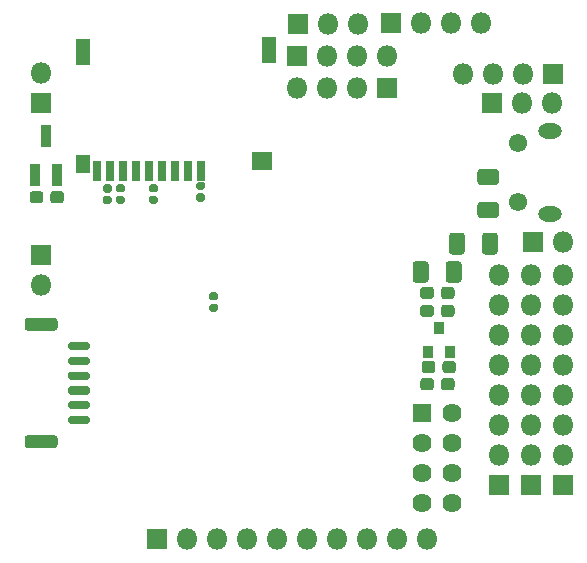
<source format=gbr>
%TF.GenerationSoftware,KiCad,Pcbnew,(5.1.6)-1*%
%TF.CreationDate,2020-08-20T16:43:32+07:00*%
%TF.ProjectId,drone_v3,64726f6e-655f-4763-932e-6b696361645f,rev?*%
%TF.SameCoordinates,Original*%
%TF.FileFunction,Soldermask,Bot*%
%TF.FilePolarity,Negative*%
%FSLAX46Y46*%
G04 Gerber Fmt 4.6, Leading zero omitted, Abs format (unit mm)*
G04 Created by KiCad (PCBNEW (5.1.6)-1) date 2020-08-20 16:43:32*
%MOMM*%
%LPD*%
G01*
G04 APERTURE LIST*
%ADD10C,1.624000*%
%ADD11R,1.624000X1.624000*%
%ADD12O,1.800000X1.800000*%
%ADD13R,1.800000X1.800000*%
%ADD14R,1.300000X2.300000*%
%ADD15R,0.800000X1.700000*%
%ADD16R,1.300000X1.500000*%
%ADD17R,1.700000X1.500000*%
%ADD18R,0.900000X1.000000*%
%ADD19R,0.900000X1.900000*%
%ADD20C,1.550000*%
%ADD21O,2.000000X1.300000*%
G04 APERTURE END LIST*
D10*
%TO.C,U6*%
X141710000Y-124940000D03*
X139170000Y-124940000D03*
X141710000Y-122400000D03*
X139170000Y-122400000D03*
X141710000Y-119860000D03*
X139170000Y-119860000D03*
X141710000Y-117320000D03*
D11*
X139170000Y-117320000D03*
%TD*%
D12*
%TO.C,J6*%
X142575000Y-88595000D03*
X145115000Y-88595000D03*
X147655000Y-88595000D03*
D13*
X150195000Y-88595000D03*
%TD*%
D14*
%TO.C,J19*%
X126230000Y-86635000D03*
D15*
X111630000Y-96835000D03*
D16*
X110430000Y-96235000D03*
D14*
X110430000Y-86735000D03*
D17*
X125630000Y-96035000D03*
D15*
X120430000Y-96835000D03*
X119330000Y-96835000D03*
X118230000Y-96835000D03*
X117130000Y-96835000D03*
X116030000Y-96835000D03*
X114930000Y-96835000D03*
X113830000Y-96835000D03*
X112730000Y-96835000D03*
%TD*%
D12*
%TO.C,J4*%
X128575000Y-89825000D03*
X131115000Y-89825000D03*
X133655000Y-89825000D03*
D13*
X136195000Y-89825000D03*
%TD*%
%TO.C,D6*%
G36*
G01*
X144095000Y-96675000D02*
X145405000Y-96675000D01*
G75*
G02*
X145675000Y-96945000I0J-270000D01*
G01*
X145675000Y-97755000D01*
G75*
G02*
X145405000Y-98025000I-270000J0D01*
G01*
X144095000Y-98025000D01*
G75*
G02*
X143825000Y-97755000I0J270000D01*
G01*
X143825000Y-96945000D01*
G75*
G02*
X144095000Y-96675000I270000J0D01*
G01*
G37*
G36*
G01*
X144095000Y-99475000D02*
X145405000Y-99475000D01*
G75*
G02*
X145675000Y-99745000I0J-270000D01*
G01*
X145675000Y-100555000D01*
G75*
G02*
X145405000Y-100825000I-270000J0D01*
G01*
X144095000Y-100825000D01*
G75*
G02*
X143825000Y-100555000I0J270000D01*
G01*
X143825000Y-99745000D01*
G75*
G02*
X144095000Y-99475000I270000J0D01*
G01*
G37*
%TD*%
%TO.C,D1*%
G36*
G01*
X142775000Y-102345000D02*
X142775000Y-103655000D01*
G75*
G02*
X142505000Y-103925000I-270000J0D01*
G01*
X141695000Y-103925000D01*
G75*
G02*
X141425000Y-103655000I0J270000D01*
G01*
X141425000Y-102345000D01*
G75*
G02*
X141695000Y-102075000I270000J0D01*
G01*
X142505000Y-102075000D01*
G75*
G02*
X142775000Y-102345000I0J-270000D01*
G01*
G37*
G36*
G01*
X145575000Y-102345000D02*
X145575000Y-103655000D01*
G75*
G02*
X145305000Y-103925000I-270000J0D01*
G01*
X144495000Y-103925000D01*
G75*
G02*
X144225000Y-103655000I0J270000D01*
G01*
X144225000Y-102345000D01*
G75*
G02*
X144495000Y-102075000I270000J0D01*
G01*
X145305000Y-102075000D01*
G75*
G02*
X145575000Y-102345000I0J-270000D01*
G01*
G37*
%TD*%
%TO.C,C10*%
G36*
G01*
X121697500Y-107810000D02*
X121302500Y-107810000D01*
G75*
G02*
X121130000Y-107637500I0J172500D01*
G01*
X121130000Y-107292500D01*
G75*
G02*
X121302500Y-107120000I172500J0D01*
G01*
X121697500Y-107120000D01*
G75*
G02*
X121870000Y-107292500I0J-172500D01*
G01*
X121870000Y-107637500D01*
G75*
G02*
X121697500Y-107810000I-172500J0D01*
G01*
G37*
G36*
G01*
X121697500Y-108780000D02*
X121302500Y-108780000D01*
G75*
G02*
X121130000Y-108607500I0J172500D01*
G01*
X121130000Y-108262500D01*
G75*
G02*
X121302500Y-108090000I172500J0D01*
G01*
X121697500Y-108090000D01*
G75*
G02*
X121870000Y-108262500I0J-172500D01*
G01*
X121870000Y-108607500D01*
G75*
G02*
X121697500Y-108780000I-172500J0D01*
G01*
G37*
%TD*%
%TO.C,C15*%
G36*
G01*
X139700000Y-104745000D02*
X139700000Y-106055000D01*
G75*
G02*
X139430000Y-106325000I-270000J0D01*
G01*
X138620000Y-106325000D01*
G75*
G02*
X138350000Y-106055000I0J270000D01*
G01*
X138350000Y-104745000D01*
G75*
G02*
X138620000Y-104475000I270000J0D01*
G01*
X139430000Y-104475000D01*
G75*
G02*
X139700000Y-104745000I0J-270000D01*
G01*
G37*
G36*
G01*
X142500000Y-104745000D02*
X142500000Y-106055000D01*
G75*
G02*
X142230000Y-106325000I-270000J0D01*
G01*
X141420000Y-106325000D01*
G75*
G02*
X141150000Y-106055000I0J270000D01*
G01*
X141150000Y-104745000D01*
G75*
G02*
X141420000Y-104475000I270000J0D01*
G01*
X142230000Y-104475000D01*
G75*
G02*
X142500000Y-104745000I0J-270000D01*
G01*
G37*
%TD*%
D18*
%TO.C,U9*%
X140600000Y-110175000D03*
X139650000Y-112175000D03*
X141550000Y-112175000D03*
%TD*%
D12*
%TO.C,J7*%
X144120000Y-84350000D03*
X141580000Y-84350000D03*
X139040000Y-84350000D03*
D13*
X136500000Y-84350000D03*
%TD*%
%TO.C,J9*%
G36*
G01*
X110825000Y-118275000D02*
X109375000Y-118275000D01*
G75*
G02*
X109200000Y-118100000I0J175000D01*
G01*
X109200000Y-117750000D01*
G75*
G02*
X109375000Y-117575000I175000J0D01*
G01*
X110825000Y-117575000D01*
G75*
G02*
X111000000Y-117750000I0J-175000D01*
G01*
X111000000Y-118100000D01*
G75*
G02*
X110825000Y-118275000I-175000J0D01*
G01*
G37*
G36*
G01*
X110825000Y-117025000D02*
X109375000Y-117025000D01*
G75*
G02*
X109200000Y-116850000I0J175000D01*
G01*
X109200000Y-116500000D01*
G75*
G02*
X109375000Y-116325000I175000J0D01*
G01*
X110825000Y-116325000D01*
G75*
G02*
X111000000Y-116500000I0J-175000D01*
G01*
X111000000Y-116850000D01*
G75*
G02*
X110825000Y-117025000I-175000J0D01*
G01*
G37*
G36*
G01*
X110825000Y-115775000D02*
X109375000Y-115775000D01*
G75*
G02*
X109200000Y-115600000I0J175000D01*
G01*
X109200000Y-115250000D01*
G75*
G02*
X109375000Y-115075000I175000J0D01*
G01*
X110825000Y-115075000D01*
G75*
G02*
X111000000Y-115250000I0J-175000D01*
G01*
X111000000Y-115600000D01*
G75*
G02*
X110825000Y-115775000I-175000J0D01*
G01*
G37*
G36*
G01*
X110825000Y-114525000D02*
X109375000Y-114525000D01*
G75*
G02*
X109200000Y-114350000I0J175000D01*
G01*
X109200000Y-114000000D01*
G75*
G02*
X109375000Y-113825000I175000J0D01*
G01*
X110825000Y-113825000D01*
G75*
G02*
X111000000Y-114000000I0J-175000D01*
G01*
X111000000Y-114350000D01*
G75*
G02*
X110825000Y-114525000I-175000J0D01*
G01*
G37*
G36*
G01*
X110825000Y-113275000D02*
X109375000Y-113275000D01*
G75*
G02*
X109200000Y-113100000I0J175000D01*
G01*
X109200000Y-112750000D01*
G75*
G02*
X109375000Y-112575000I175000J0D01*
G01*
X110825000Y-112575000D01*
G75*
G02*
X111000000Y-112750000I0J-175000D01*
G01*
X111000000Y-113100000D01*
G75*
G02*
X110825000Y-113275000I-175000J0D01*
G01*
G37*
G36*
G01*
X110825000Y-112025000D02*
X109375000Y-112025000D01*
G75*
G02*
X109200000Y-111850000I0J175000D01*
G01*
X109200000Y-111500000D01*
G75*
G02*
X109375000Y-111325000I175000J0D01*
G01*
X110825000Y-111325000D01*
G75*
G02*
X111000000Y-111500000I0J-175000D01*
G01*
X111000000Y-111850000D01*
G75*
G02*
X110825000Y-112025000I-175000J0D01*
G01*
G37*
G36*
G01*
X108025000Y-120325000D02*
X105775000Y-120325000D01*
G75*
G02*
X105500000Y-120050000I0J275000D01*
G01*
X105500000Y-119500000D01*
G75*
G02*
X105775000Y-119225000I275000J0D01*
G01*
X108025000Y-119225000D01*
G75*
G02*
X108300000Y-119500000I0J-275000D01*
G01*
X108300000Y-120050000D01*
G75*
G02*
X108025000Y-120325000I-275000J0D01*
G01*
G37*
G36*
G01*
X108025000Y-110375000D02*
X105775000Y-110375000D01*
G75*
G02*
X105500000Y-110100000I0J275000D01*
G01*
X105500000Y-109550000D01*
G75*
G02*
X105775000Y-109275000I275000J0D01*
G01*
X108025000Y-109275000D01*
G75*
G02*
X108300000Y-109550000I0J-275000D01*
G01*
X108300000Y-110100000D01*
G75*
G02*
X108025000Y-110375000I-275000J0D01*
G01*
G37*
%TD*%
D12*
%TO.C,J3*%
X136195000Y-87125000D03*
X133655000Y-87125000D03*
X131115000Y-87125000D03*
D13*
X128575000Y-87125000D03*
%TD*%
D12*
%TO.C,J16*%
X133705000Y-84375000D03*
X131165000Y-84375000D03*
D13*
X128625000Y-84375000D03*
%TD*%
%TO.C,R15*%
G36*
G01*
X120597500Y-98460000D02*
X120202500Y-98460000D01*
G75*
G02*
X120030000Y-98287500I0J172500D01*
G01*
X120030000Y-97942500D01*
G75*
G02*
X120202500Y-97770000I172500J0D01*
G01*
X120597500Y-97770000D01*
G75*
G02*
X120770000Y-97942500I0J-172500D01*
G01*
X120770000Y-98287500D01*
G75*
G02*
X120597500Y-98460000I-172500J0D01*
G01*
G37*
G36*
G01*
X120597500Y-99430000D02*
X120202500Y-99430000D01*
G75*
G02*
X120030000Y-99257500I0J172500D01*
G01*
X120030000Y-98912500D01*
G75*
G02*
X120202500Y-98740000I172500J0D01*
G01*
X120597500Y-98740000D01*
G75*
G02*
X120770000Y-98912500I0J-172500D01*
G01*
X120770000Y-99257500D01*
G75*
G02*
X120597500Y-99430000I-172500J0D01*
G01*
G37*
%TD*%
%TO.C,R14*%
G36*
G01*
X113797500Y-98660000D02*
X113402500Y-98660000D01*
G75*
G02*
X113230000Y-98487500I0J172500D01*
G01*
X113230000Y-98142500D01*
G75*
G02*
X113402500Y-97970000I172500J0D01*
G01*
X113797500Y-97970000D01*
G75*
G02*
X113970000Y-98142500I0J-172500D01*
G01*
X113970000Y-98487500D01*
G75*
G02*
X113797500Y-98660000I-172500J0D01*
G01*
G37*
G36*
G01*
X113797500Y-99630000D02*
X113402500Y-99630000D01*
G75*
G02*
X113230000Y-99457500I0J172500D01*
G01*
X113230000Y-99112500D01*
G75*
G02*
X113402500Y-98940000I172500J0D01*
G01*
X113797500Y-98940000D01*
G75*
G02*
X113970000Y-99112500I0J-172500D01*
G01*
X113970000Y-99457500D01*
G75*
G02*
X113797500Y-99630000I-172500J0D01*
G01*
G37*
%TD*%
%TO.C,R13*%
G36*
G01*
X112697500Y-98670000D02*
X112302500Y-98670000D01*
G75*
G02*
X112130000Y-98497500I0J172500D01*
G01*
X112130000Y-98152500D01*
G75*
G02*
X112302500Y-97980000I172500J0D01*
G01*
X112697500Y-97980000D01*
G75*
G02*
X112870000Y-98152500I0J-172500D01*
G01*
X112870000Y-98497500D01*
G75*
G02*
X112697500Y-98670000I-172500J0D01*
G01*
G37*
G36*
G01*
X112697500Y-99640000D02*
X112302500Y-99640000D01*
G75*
G02*
X112130000Y-99467500I0J172500D01*
G01*
X112130000Y-99122500D01*
G75*
G02*
X112302500Y-98950000I172500J0D01*
G01*
X112697500Y-98950000D01*
G75*
G02*
X112870000Y-99122500I0J-172500D01*
G01*
X112870000Y-99467500D01*
G75*
G02*
X112697500Y-99640000I-172500J0D01*
G01*
G37*
%TD*%
%TO.C,R12*%
G36*
G01*
X116597500Y-98660000D02*
X116202500Y-98660000D01*
G75*
G02*
X116030000Y-98487500I0J172500D01*
G01*
X116030000Y-98142500D01*
G75*
G02*
X116202500Y-97970000I172500J0D01*
G01*
X116597500Y-97970000D01*
G75*
G02*
X116770000Y-98142500I0J-172500D01*
G01*
X116770000Y-98487500D01*
G75*
G02*
X116597500Y-98660000I-172500J0D01*
G01*
G37*
G36*
G01*
X116597500Y-99630000D02*
X116202500Y-99630000D01*
G75*
G02*
X116030000Y-99457500I0J172500D01*
G01*
X116030000Y-99112500D01*
G75*
G02*
X116202500Y-98940000I172500J0D01*
G01*
X116597500Y-98940000D01*
G75*
G02*
X116770000Y-99112500I0J-172500D01*
G01*
X116770000Y-99457500D01*
G75*
G02*
X116597500Y-99630000I-172500J0D01*
G01*
G37*
%TD*%
%TO.C,R4*%
G36*
G01*
X107080000Y-98807500D02*
X107080000Y-99332500D01*
G75*
G02*
X106817500Y-99595000I-262500J0D01*
G01*
X106192500Y-99595000D01*
G75*
G02*
X105930000Y-99332500I0J262500D01*
G01*
X105930000Y-98807500D01*
G75*
G02*
X106192500Y-98545000I262500J0D01*
G01*
X106817500Y-98545000D01*
G75*
G02*
X107080000Y-98807500I0J-262500D01*
G01*
G37*
G36*
G01*
X108830000Y-98807500D02*
X108830000Y-99332500D01*
G75*
G02*
X108567500Y-99595000I-262500J0D01*
G01*
X107942500Y-99595000D01*
G75*
G02*
X107680000Y-99332500I0J262500D01*
G01*
X107680000Y-98807500D01*
G75*
G02*
X107942500Y-98545000I262500J0D01*
G01*
X108567500Y-98545000D01*
G75*
G02*
X108830000Y-98807500I0J-262500D01*
G01*
G37*
%TD*%
D19*
%TO.C,Q2*%
X107300000Y-93910000D03*
X106350000Y-97210000D03*
X108250000Y-97210000D03*
%TD*%
D12*
%TO.C,J18*%
X150125000Y-91075000D03*
X147585000Y-91075000D03*
D13*
X145045000Y-91075000D03*
%TD*%
D12*
%TO.C,J17*%
X106860000Y-88580000D03*
D13*
X106860000Y-91120000D03*
%TD*%
D12*
%TO.C,J14*%
X151050000Y-102900000D03*
D13*
X148510000Y-102900000D03*
%TD*%
D12*
%TO.C,J13*%
X148400000Y-105670000D03*
X148400000Y-108210000D03*
X148400000Y-110750000D03*
X148400000Y-113290000D03*
X148400000Y-115830000D03*
X148400000Y-118370000D03*
X148400000Y-120910000D03*
D13*
X148400000Y-123450000D03*
%TD*%
D12*
%TO.C,J12*%
X151050000Y-105670000D03*
X151050000Y-108210000D03*
X151050000Y-110750000D03*
X151050000Y-113290000D03*
X151050000Y-115830000D03*
X151050000Y-118370000D03*
X151050000Y-120910000D03*
D13*
X151050000Y-123450000D03*
%TD*%
D12*
%TO.C,J10*%
X145700000Y-105620000D03*
X145700000Y-108160000D03*
X145700000Y-110700000D03*
X145700000Y-113240000D03*
X145700000Y-115780000D03*
X145700000Y-118320000D03*
X145700000Y-120860000D03*
D13*
X145700000Y-123400000D03*
%TD*%
D12*
%TO.C,J5*%
X106850000Y-106540000D03*
D13*
X106850000Y-104000000D03*
%TD*%
D12*
%TO.C,J2*%
X139560000Y-128000000D03*
X137020000Y-128000000D03*
X134480000Y-128000000D03*
X131940000Y-128000000D03*
X129400000Y-128000000D03*
X126860000Y-128000000D03*
X124320000Y-128000000D03*
X121780000Y-128000000D03*
X119240000Y-128000000D03*
D13*
X116700000Y-128000000D03*
%TD*%
D20*
%TO.C,J1*%
X147287500Y-99450000D03*
X147287500Y-94450000D03*
D21*
X149987500Y-100450000D03*
X149987500Y-93450000D03*
%TD*%
%TO.C,C19*%
G36*
G01*
X140875000Y-113712500D02*
X140875000Y-113187500D01*
G75*
G02*
X141137500Y-112925000I262500J0D01*
G01*
X141762500Y-112925000D01*
G75*
G02*
X142025000Y-113187500I0J-262500D01*
G01*
X142025000Y-113712500D01*
G75*
G02*
X141762500Y-113975000I-262500J0D01*
G01*
X141137500Y-113975000D01*
G75*
G02*
X140875000Y-113712500I0J262500D01*
G01*
G37*
G36*
G01*
X139125000Y-113712500D02*
X139125000Y-113187500D01*
G75*
G02*
X139387500Y-112925000I262500J0D01*
G01*
X140012500Y-112925000D01*
G75*
G02*
X140275000Y-113187500I0J-262500D01*
G01*
X140275000Y-113712500D01*
G75*
G02*
X140012500Y-113975000I-262500J0D01*
G01*
X139387500Y-113975000D01*
G75*
G02*
X139125000Y-113712500I0J262500D01*
G01*
G37*
%TD*%
%TO.C,C18*%
G36*
G01*
X140750000Y-115162500D02*
X140750000Y-114637500D01*
G75*
G02*
X141012500Y-114375000I262500J0D01*
G01*
X141637500Y-114375000D01*
G75*
G02*
X141900000Y-114637500I0J-262500D01*
G01*
X141900000Y-115162500D01*
G75*
G02*
X141637500Y-115425000I-262500J0D01*
G01*
X141012500Y-115425000D01*
G75*
G02*
X140750000Y-115162500I0J262500D01*
G01*
G37*
G36*
G01*
X139000000Y-115162500D02*
X139000000Y-114637500D01*
G75*
G02*
X139262500Y-114375000I262500J0D01*
G01*
X139887500Y-114375000D01*
G75*
G02*
X140150000Y-114637500I0J-262500D01*
G01*
X140150000Y-115162500D01*
G75*
G02*
X139887500Y-115425000I-262500J0D01*
G01*
X139262500Y-115425000D01*
G75*
G02*
X139000000Y-115162500I0J262500D01*
G01*
G37*
%TD*%
%TO.C,C17*%
G36*
G01*
X140150000Y-106912500D02*
X140150000Y-107437500D01*
G75*
G02*
X139887500Y-107700000I-262500J0D01*
G01*
X139262500Y-107700000D01*
G75*
G02*
X139000000Y-107437500I0J262500D01*
G01*
X139000000Y-106912500D01*
G75*
G02*
X139262500Y-106650000I262500J0D01*
G01*
X139887500Y-106650000D01*
G75*
G02*
X140150000Y-106912500I0J-262500D01*
G01*
G37*
G36*
G01*
X141900000Y-106912500D02*
X141900000Y-107437500D01*
G75*
G02*
X141637500Y-107700000I-262500J0D01*
G01*
X141012500Y-107700000D01*
G75*
G02*
X140750000Y-107437500I0J262500D01*
G01*
X140750000Y-106912500D01*
G75*
G02*
X141012500Y-106650000I262500J0D01*
G01*
X141637500Y-106650000D01*
G75*
G02*
X141900000Y-106912500I0J-262500D01*
G01*
G37*
%TD*%
%TO.C,C16*%
G36*
G01*
X140150000Y-108437500D02*
X140150000Y-108962500D01*
G75*
G02*
X139887500Y-109225000I-262500J0D01*
G01*
X139262500Y-109225000D01*
G75*
G02*
X139000000Y-108962500I0J262500D01*
G01*
X139000000Y-108437500D01*
G75*
G02*
X139262500Y-108175000I262500J0D01*
G01*
X139887500Y-108175000D01*
G75*
G02*
X140150000Y-108437500I0J-262500D01*
G01*
G37*
G36*
G01*
X141900000Y-108437500D02*
X141900000Y-108962500D01*
G75*
G02*
X141637500Y-109225000I-262500J0D01*
G01*
X141012500Y-109225000D01*
G75*
G02*
X140750000Y-108962500I0J262500D01*
G01*
X140750000Y-108437500D01*
G75*
G02*
X141012500Y-108175000I262500J0D01*
G01*
X141637500Y-108175000D01*
G75*
G02*
X141900000Y-108437500I0J-262500D01*
G01*
G37*
%TD*%
M02*

</source>
